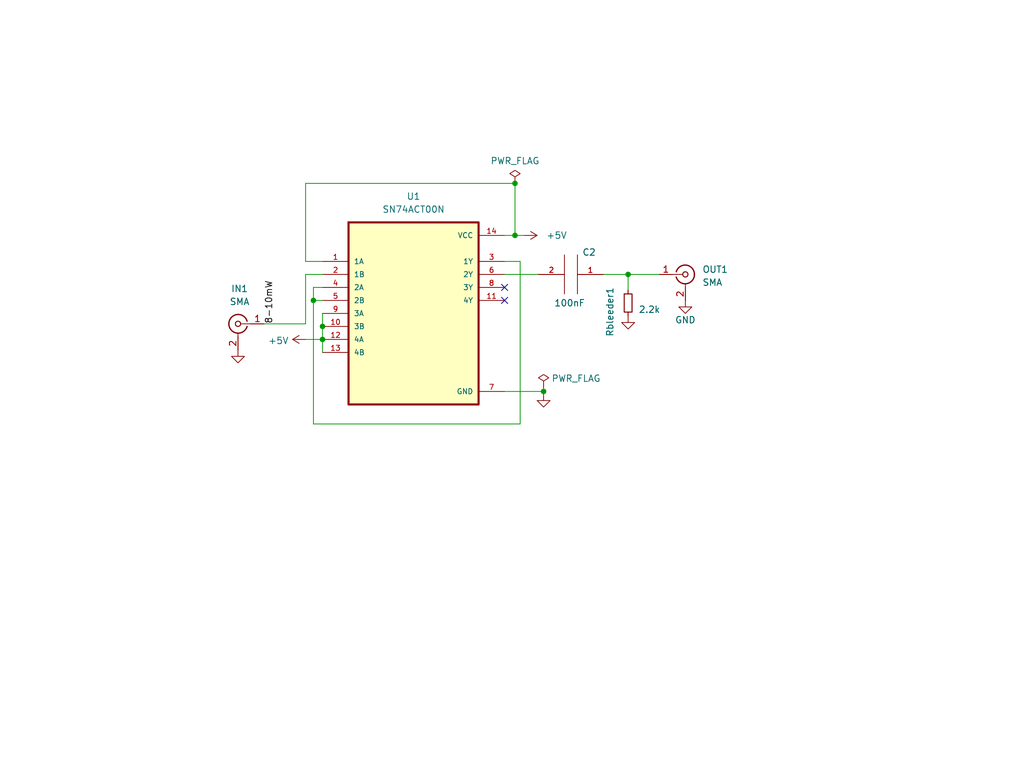
<source format=kicad_sch>
(kicad_sch (version 20211123) (generator eeschema)
  (paper "User" 200 150.012)
  (title_block (title "Experimental HF QRPp PA") (date "2022-09-13") (rev "v0.01") (company "Dhiru Kholia (VU3CER)"))
  (lib_symbols
    (symbol "Connector:Conn_Coaxial" (pin_names (offset 1.016) hide)
      (property "Reference" "J" (at 0.254 3.048 0))
      (property "Value" "Conn_Coaxial" (at 2.921 0 90))
      (symbol "Conn_Coaxial_0_1"
        (arc (start -1.778 -0.508) (mid 0.222 -1.808) (end 1.778 0) (stroke (width 0.254)))
        (polyline (pts (xy -2.54 0) (xy -0.508 0)))
        (polyline (pts (xy 0 -2.54) (xy 0 -1.778)))
        (circle (center 0 0) (radius 0.508) (stroke (width 0.2032)))
        (arc (start 1.778 0) (mid 0.222 1.8083) (end -1.778 0.508) (stroke (width 0.254)))
      )
      (symbol "Conn_Coaxial_1_1"
        (pin passive line (at -5.08 0 0) (length 2.54) (name "In") (number "1"))
        (pin passive line (at 0 -5.08 90) (length 2.54) (name "Ext") (number "2"))
      )
    )
    (symbol "Device:R_Small" (pin_numbers hide) (pin_names (offset 0.254) hide)
      (property "Reference" "R" (at 0.762 0.508 0))
      (property "Value" "R_Small" (at 0.762 -1.016 0))
      (symbol "R_Small_0_1"
        (rectangle (start -0.762 1.778) (end 0.762 -1.778) (stroke (width 0.2032)))
      )
      (symbol "R_Small_1_1"
        (pin passive line (at 0 2.54 270) (length 0.762) (name "~") (number "1"))
        (pin passive line (at 0 -2.54 90) (length 0.762) (name "~") (number "2"))
      )
    )
    (symbol "SN74ACT00N:SN74ACT00N" (pin_names (offset 1.016))
      (property "Reference" "U" (at -12.7 18.7706 0))
      (property "Value" "SN74ACT00N" (at -12.7 -21.7678 0))
      (symbol "SN74ACT00N_0_0"
        (rectangle (start -12.7 -17.78) (end 12.7 17.78) (stroke (width 0.4064)) (fill (type background)))
        (pin input line (at -17.78 10.16 0) (length 5.08) (name "1A") (number "1"))
        (pin input line (at -17.78 -2.54 0) (length 5.08) (name "3B") (number "10"))
        (pin output line (at 17.78 2.54 180) (length 5.08) (name "4Y") (number "11"))
        (pin input line (at -17.78 -5.08 0) (length 5.08) (name "4A") (number "12"))
        (pin input line (at -17.78 -7.62 0) (length 5.08) (name "4B") (number "13"))
        (pin power_in line (at 17.78 15.24 180) (length 5.08) (name "VCC") (number "14"))
        (pin input line (at -17.78 7.62 0) (length 5.08) (name "1B") (number "2"))
        (pin output line (at 17.78 10.16 180) (length 5.08) (name "1Y") (number "3"))
        (pin input line (at -17.78 5.08 0) (length 5.08) (name "2A") (number "4"))
        (pin input line (at -17.78 2.54 0) (length 5.08) (name "2B") (number "5"))
        (pin output line (at 17.78 7.62 180) (length 5.08) (name "2Y") (number "6"))
        (pin power_in line (at 17.78 -15.24 180) (length 5.08) (name "GND") (number "7"))
        (pin output line (at 17.78 5.08 180) (length 5.08) (name "3Y") (number "8"))
        (pin input line (at -17.78 0 0) (length 5.08) (name "3A") (number "9"))
      )
    )
    (symbol "power:+5V" (power) (pin_names (offset 0))
      (property "Value" "+5V" (at 0 3.556 0))
      (symbol "+5V_0_1"
        (polyline (pts (xy -0.762 1.27) (xy 0 2.54)))
        (polyline (pts (xy 0 0) (xy 0 2.54)))
        (polyline (pts (xy 0 2.54) (xy 0.762 1.27)))
      )
      (symbol "+5V_1_1"
        (pin power_in line (at 0 0 90) (length 0) hide (name "+5V") (number "1"))
      )
    )
    (symbol "power:GND" (power) (pin_names (offset 0))
      (property "Value" "GND" (at 0 -3.81 0))
      (symbol "GND_0_1"
        (polyline (pts (xy 0 0) (xy 0 -1.27) (xy 1.27 -1.27) (xy 0 -2.54) (xy -1.27 -1.27) (xy 0 -1.27)))
      )
      (symbol "GND_1_1"
        (pin power_in line (at 0 0 270) (length 0) hide (name "GND") (number "1"))
      )
    )
    (symbol "power:PWR_FLAG" (power) (pin_numbers hide) (pin_names (offset 0) hide)
      (property "Value" "PWR_FLAG" (at 0 3.81 0))
      (symbol "PWR_FLAG_0_0"
        (pin power_out line (at 0 0 90) (length 0) (name "pwr") (number "1"))
      )
      (symbol "PWR_FLAG_0_1"
        (polyline (pts (xy 0 0) (xy 0 1.27) (xy -1.016 1.905) (xy 0 2.54) (xy 1.016 1.905) (xy 0 1.27)))
      )
    )
    (symbol "pspice:CAP" (pin_names (offset 0.254))
      (property "Reference" "C" (at 2.54 3.81 90))
      (property "Value" "CAP" (at 2.54 -3.81 90))
      (symbol "CAP_0_1"
        (polyline (pts (xy -3.81 -1.27) (xy 3.81 -1.27)))
        (polyline (pts (xy -3.81 1.27) (xy 3.81 1.27)))
      )
      (symbol "CAP_1_1"
        (pin passive line (at 0 6.35 270) (length 5.08) (name "~") (number "1"))
        (pin passive line (at 0 -6.35 90) (length 5.08) (name "~") (number "2"))
      )
    )
  )
  (junction (at 122.682 53.594))
  (junction (at 100.584 45.974))
  (junction (at 106.172 76.454))
  (junction (at 100.584 35.814))
  (junction (at 61.214 58.674))
  (junction (at 62.992 66.294))
  (junction (at 62.992 63.754))
  (no_connect (at 98.552 58.674))
  (no_connect (at 98.552 56.134))
  (wire (pts (xy 59.69 66.294) (xy 62.992 66.294)))
  (wire (pts (xy 106.172 76.962) (xy 106.172 76.454)))
  (wire (pts (xy 62.992 63.754) (xy 62.992 66.294)))
  (wire (pts (xy 106.172 76.454) (xy 98.552 76.454)))
  (wire (pts (xy 61.214 58.674) (xy 61.214 82.804)))
  (wire (pts (xy 98.552 45.974) (xy 100.584 45.974)))
  (wire (pts (xy 117.856 53.594) (xy 122.682 53.594)))
  (wire (pts (xy 98.552 53.594) (xy 105.156 53.594)))
  (wire (pts (xy 62.992 61.214) (xy 62.992 63.754)))
  (wire (pts (xy 100.584 35.814) (xy 59.69 35.814)))
  (wire (pts (xy 62.992 56.134) (xy 61.214 56.134)))
  (wire (pts (xy 122.682 53.594) (xy 128.778 53.594)))
  (wire (pts (xy 59.69 35.814) (xy 59.69 51.054)))
  (wire (pts (xy 100.584 45.974) (xy 102.362 45.974)))
  (wire (pts (xy 59.69 63.246) (xy 59.69 53.594)))
  (wire (pts (xy 62.992 66.294) (xy 62.992 68.834)))
  (wire (pts (xy 61.214 82.804) (xy 101.6 82.804)))
  (wire (pts (xy 122.682 53.594) (xy 122.682 56.642)))
  (wire (pts (xy 61.214 56.134) (xy 61.214 58.674)))
  (wire (pts (xy 101.6 51.054) (xy 101.6 82.804)))
  (wire (pts (xy 98.552 51.054) (xy 101.6 51.054)))
  (wire (pts (xy 106.172 75.692) (xy 106.172 76.454)))
  (wire (pts (xy 51.562 63.246) (xy 59.69 63.246)))
  (wire (pts (xy 61.214 58.674) (xy 62.992 58.674)))
  (wire (pts (xy 59.69 53.594) (xy 62.992 53.594)))
  (wire (pts (xy 100.584 45.974) (xy 100.584 35.814)))
  (wire (pts (xy 59.69 51.054) (xy 62.992 51.054)))
  (label "8-10mW" (at 53.594 63.246 90))
  (symbol (lib_id "pspice:CAP") (at 111.506 53.594 270) (unit 1)
    (property "Reference" "C2" (at 115.062 49.276 90))
    (property "Value" "100nF" (at 111.252 59.182 90))
    (property "Footprint" "Capacitor_THT:C_Disc_D4.3mm_W1.9mm_P5.00mm" (effects hide))
  )
  (symbol (lib_id "power:GND") (at 46.482 68.326 0) (unit 1)
    (property "Reference" "#PWR0106" (effects hide))
    (property "Value" "GND" (effects hide))
  )
  (symbol (lib_id "power:GND") (at 106.172 76.962 0) (unit 1)
    (property "Reference" "#PWR03" (effects hide))
    (property "Value" "GND" (effects hide))
  )
  (symbol (lib_id "Device:R_Small") (at 122.682 59.182 0) (unit 1)
    (property "Reference" "Rbleeder1" (at 119.126 65.786 90) (effects (justify left)))
    (property "Value" "2.2k" (at 124.714 60.4519 0) (effects (justify left)))
  )
  (symbol (lib_id "power:+5V") (at 59.69 66.294 90) (unit 1)
    (property "Reference" "#PWR04" (effects hide))
    (property "Value" "+5V" (at 52.324 66.548 90) (effects (justify right)))
  )
  (symbol (lib_id "power:PWR_FLAG") (at 106.172 75.692 0) (unit 1)
    (property "Reference" "#FLG01" (effects hide))
    (property "Value" "PWR_FLAG" (at 112.522 73.914 0))
  )
  (symbol (lib_id "SN74ACT00N:SN74ACT00N") (at 80.772 61.214 0) (unit 1)
    (property "Reference" "U1" (at 80.772 38.354 0))
    (property "Value" "SN74ACT00N" (at 80.772 40.894 0))
    (property "Footprint" "DIP794W45P254L1969H508Q14" (effects hide))
  )
  (symbol (lib_id "power:PWR_FLAG") (at 100.584 35.814 0) (unit 1)
    (property "Reference" "#FLG0102" (effects hide))
    (property "Value" "PWR_FLAG" (at 100.584 31.4198 0))
  )
  (symbol (lib_id "Connector:Conn_Coaxial") (at 46.482 63.246 0) (mirror y) (unit 1)
    (property "Reference" "IN1" (at 46.7994 56.388 0))
    (property "Value" "SMA" (at 46.7994 58.928 0))
    (property "Footprint" "Connector_Coaxial:SMA_Amphenol_901-144_Vertical" (effects hide))
    (property "Datasheet" " ~" (effects hide))
  )
  (symbol (lib_id "Connector:Conn_Coaxial") (at 133.858 53.594 0) (unit 1)
    (property "Reference" "OUT1" (at 137.16 52.6171 0) (effects (justify left)))
    (property "Value" "SMA" (at 137.16 55.1571 0) (effects (justify left)))
    (property "Footprint" "Connector_Coaxial:SMA_Amphenol_901-144_Vertical" (effects hide))
    (property "Datasheet" " ~" (effects hide))
  )
  (symbol (lib_id "power:GND") (at 133.858 58.674 0) (mirror y) (unit 1)
    (property "Reference" "#PWR01" (effects hide))
    (property "Value" "GND" (at 133.858 62.484 0))
  )
  (symbol (lib_id "power:+5V") (at 102.362 45.974 270) (unit 1)
    (property "Reference" "#PWR02" (effects hide))
    (property "Value" "+5V" (at 106.68 45.9739 90) (effects (justify left)))
  )
  (symbol (lib_id "power:GND") (at 122.682 61.722 0) (unit 1)
    (property "Reference" "#PWR05" (effects hide))
    (property "Value" "GND" (effects hide))
  )
)
</source>
